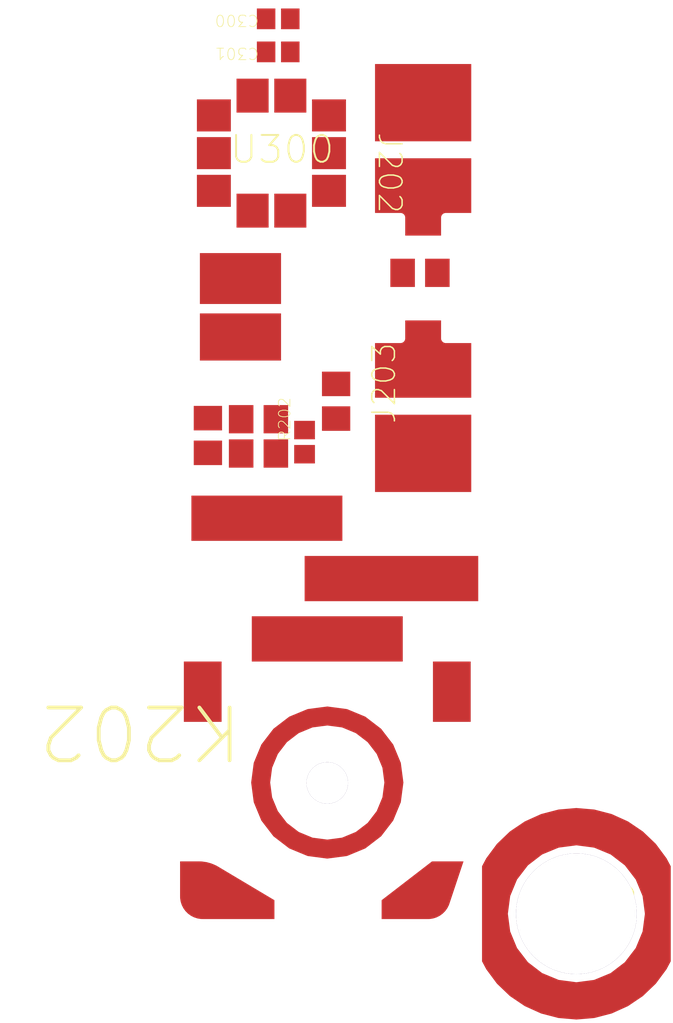
<source format=kicad_pcb>
(kicad_pcb (version 20241229) (generator "pcbnew") (generator_version "9.0")
  (layers (0 "F.Cu" signal) (2 "B.Cu" signal) (13 "F.Paste" user) (15 "B.Paste" user) (5 "F.SilkS" user "F.Silkscreen") (7 "B.SilkS" user "B.Silkscreen") (1 "F.Mask" user) (3 "B.Mask" user) (25 "Edge.Cuts" user))
  (net 0 "")
  (net 1 "FLICKER_PRESSURE_SAR_I2C_SCL")
  (net 2 "VREG_L1B_1P8")
  (net 3 "N17757331")
  (net 4 "GND")
  (net 5 "HAP_OUT_P")
  (net 6 "CDC_MIC3_N")
  (net 7 "N17757257")
  (net 8 "CDC_MIC3_P")
  (net 9 "HAP_OUT_M")
  (net 10 "FLICKER_PRESSURE_SAR_I2C_SDA")
  (footprint "CAP0201-HT0_33" (layer "F.Cu") (at 147.78805 104.962605 -90)
    (property "Reference" "EM200")
    (property "Value" "CAP_NP_CAP0201-HT0_33_100PF" (hide yes))
    (pad "1" smd rect (at -0.23 0) (size 0.375 0.325) (layers "F.Cu" "F.Mask" "F.Paste") (net 9 "HAP_OUT_M"))
    (pad "2" smd rect (at 0.23 0) (size 0.375 0.325) (layers "F.Cu" "F.Mask" "F.Paste") (net 4 "GND"))
  )
  (footprint "" (layer "F.Cu") (at 150.97085 111.758605)
    (property "Reference" "" (at 0 0 0) (layer "F.SilkS") (effects (font (size 1.27 1.27))))
    (property "Value" "")
    (pad "" thru_hole circle (at 0 0) (size 1.6 1.6) (drill 1.6) (layers "*.Cu" "*.Mask"))
  )
  (footprint "CAP0201-HT0_33" (layer "F.Cu") (at 146.08945 105.416805 -90)
    (property "Reference" "C204")
    (property "Value" "CAP_NP_CAP0201-HT0_33_33PF" (hide yes))
    (pad "1" smd rect (at -0.23 0) (size 0.375 0.325) (layers "F.Cu" "F.Mask" "F.Paste") (net 8 "CDC_MIC3_P"))
    (pad "2" smd rect (at 0.23 0) (size 0.375 0.325) (layers "F.Cu" "F.Mask" "F.Paste") (net 6 "CDC_MIC3_N"))
  )
  (footprint "HLGASQ2_0_PS0_5-HT0_8_P10_HD" (layer "F.Cu") (at 146.93115 101.672805)
    (property "Reference" "U300")
    (property "Value" "BMP580_HLGASQ2_0_PS0_5-HT0_8_P1" (hide yes))
    (fp_text user "${REFERENCE}" (at -0.57006 0.159261 0) (layer "F.SilkS") (effects (font (size 0.3556 0.3556) (thickness 0.0254)) (justify left bottom)))
    (pad "1" smd rect (at 0.25 -0.7625) (size 0.425 0.45) (layers "F.Cu" "F.Mask" "F.Paste") (net 2 "VREG_L1B_1P8"))
    (pad "2" smd rect (at -0.25 -0.7625) (size 0.425 0.45) (layers "F.Cu" "F.Mask" "F.Paste") (net 1 "FLICKER_PRESSURE_SAR_I2C_SCL"))
    (pad "3" smd rect (at -0.7625 -0.5) (size 0.45 0.425) (layers "F.Cu" "F.Mask" "F.Paste") (net 4 "GND"))
    (pad "4" smd rect (at -0.7625 0) (size 0.45 0.425) (layers "F.Cu" "F.Mask" "F.Paste") (net 10 "FLICKER_PRESSURE_SAR_I2C_SDA"))
    (pad "5" smd rect (at -0.7625 0.5) (size 0.45 0.425) (layers "F.Cu" "F.Mask" "F.Paste") (net 4 "GND"))
    (pad "6" smd rect (at -0.25 0.7625) (size 0.425 0.45) (layers "F.Cu" "F.Mask" "F.Paste") (net 2 "VREG_L1B_1P8"))
    (pad "7" smd rect (at 0.25 0.7625) (size 0.425 0.45) (layers "F.Cu" "F.Mask" "F.Paste") (net 4 "GND"))
    (pad "8" smd rect (at 0.7625 0.5) (size 0.45 0.425) (layers "F.Cu" "F.Mask" "F.Paste") (net 4 "GND"))
    (pad "9" smd rect (at 0.7625 0) (size 0.45 0.425) (layers "F.Cu" "F.Mask" "F.Paste") (net 4 "GND"))
    (pad "10" smd rect (at 0.7625 -0.5) (size 0.45 0.425) (layers "F.Cu" "F.Mask" "F.Paste") (net 2 "VREG_L1B_1P8"))
  )
  (footprint "CAP0201-HT0_33" (layer "F.Cu") (at 148.89905 103.260105)
    (property "Reference" "EM201")
    (property "Value" "CAP_NP_CAP0201-HT0_33_100PF" (hide yes))
    (pad "1" smd rect (at -0.23 0) (size 0.325 0.375) (layers "F.Cu" "F.Mask" "F.Paste") (net 5 "HAP_OUT_P"))
    (pad "2" smd rect (at 0.23 0) (size 0.325 0.375) (layers "F.Cu" "F.Mask" "F.Paste") (net 4 "GND"))
  )
  (footprint "" (layer "F.Cu") (at 147.67085 110.023605)
    (property "Reference" "" (at 0 0 0) (layer "F.SilkS") (effects (font (size 1.27 1.27))))
    (property "Value" "")
    (pad "" thru_hole circle (at 0 0) (size 0.55 0.55) (drill 0.55) (layers "*.Cu" "*.Mask"))
  )
  (footprint "CAP01005_HT0_22_S0_38" (layer "F.Cu") (at 147.02065 99.892305 180)
    (property "Reference" "C300")
    (property "Value" "CAP_NP_CAP01005_HT0_22_S0_38_0." (hide yes))
    (fp_text user "${REFERENCE}" (at 0.24684 0.068469 180) (layer "F.SilkS") (effects (font (size 0.1524 0.1524) (thickness 0.01016)) (justify left bottom)))
    (pad "1" smd rect (at -0.16 0) (size 0.245 0.275) (layers "F.Cu" "F.Mask" "F.Paste") (net 2 "VREG_L1B_1P8"))
    (pad "2" smd rect (at 0.16 0) (size 0.245 0.275) (layers "F.Cu" "F.Mask" "F.Paste") (net 4 "GND"))
  )
  (footprint "RES0201-HT0_23_HD" (layer "F.Cu") (at 146.75995 105.200905 180)
    (property "Reference" "R203")
    (property "Value" "RES_RES0201-HT0_23_HD_0OHM" (hide yes))
    (pad "1" smd rect (at -0.23 0) (size 0.325 0.375) (layers "F.Cu" "F.Mask" "F.Paste") (net 7 "N17757257"))
    (pad "2" smd rect (at 0.23 0) (size 0.325 0.375) (layers "F.Cu" "F.Mask" "F.Paste") (net 8 "CDC_MIC3_P"))
  )
  (footprint "ANT_2_7X1_2_P2_HT2_15_HD" (layer "F.Cu") (at 148.94085 105.278605 90)
    (property "Reference" "J203")
    (property "Value" "KEY_2P_ANT_2_7X1_2_P2_HT2_15_HD" (hide yes))
    (fp_text user "${REFERENCE}" (at 0.000106 -0.34325 90.01) (layer "F.SilkS") (effects (font (size 0.3 0.3) (thickness 0.02)) (justify left bottom)))
    (pad "" smd custom (at 0.3625 0.6375) (size 0.000001 0.000001) (layers "F.Cu") (options (clearance outline) (anchor circle)) (primitives (gr_poly (pts (xy 0 0) (xy -1.275 0) (xy -1.275 -0.725) (arc (start -0.937497 -0.725) (mid -0.893312 -0.743312) (end -0.875 -0.787497)) (xy -0.875 -0.7875) (xy -0.875 -1.025) (xy -0.4 -1.025) (arc (start -0.4 -0.787503) (mid -0.381694 -0.743306) (end -0.337498 -0.725)) (xy -0.3375 -0.725) (xy 0 -0.725)) (width 0) (fill yes))))
    (pad "1" smd rect (at -0.375 0) (size 1.275 1.025) (layers "F.Cu" "F.Mask" "F.Paste") (net 9 "HAP_OUT_M"))
    (pad "2" smd circle (at 0.875 0) (size 0.0254 0.0254) (layers "F.Cu" "F.Mask" "F.Paste") (net 9 "HAP_OUT_M"))
  )
  (footprint "STIFFER-STEEL-MIC_N2" (layer "F.Cu") (at 147.77085 108.978605 180)
    (property "Reference" "K202" (at 1.195 0.04305 180) (layer "F.SilkS") (effects (font (size 0.7 0.7) (thickness 0.05)) (justify left bottom)))
    (property "Value" "NUT_STIFFER-STEEL-MIC_N2_STIFFE" (hide yes))
    (pad "" smd custom (at -1.9 1.9646) (size 0.000001 0.000001) (layers "F.Cu") (options (clearance outline) (anchor circle)) (primitives (gr_poly (pts (xy 0 0) (xy -2.3 0) (xy -2.3 0.6) (xy 0 0.6)) (width 0) (fill yes))))
    (pad "" smd custom (at -1.8 0.5646) (size 0.000001 0.000001) (layers "F.Cu") (options (clearance outline) (anchor circle)) (primitives (gr_poly (pts (xy 0 0) (xy -0.5 0) (xy -0.5 0.8) (xy 0 0.8)) (width 0) (fill yes))))
    (pad "" smd custom (at -1.2874 -2.0854) (size 0.000001 0.000001) (layers "F.Cu") (options (clearance outline) (anchor circle)) (primitives (gr_poly (pts (xy 0 0) (xy -0.6674 0.5146) (xy -0.6674 0.7646) (arc (start -0.053696 0.76461) (mid 0.121789 0.707978) (end 0.23101 0.559408)) (xy 0.231 0.5594) (xy 0.4174 0)) (width 0) (fill yes))))
    (pad "" smd custom (at -0.90853 -1.03997) (size 0.000001 0.000001) (layers "F.Cu") (options (clearance outline) (anchor circle)) (primitives (gr_poly (pts (xy -0.74752 -0.97419) (xy -0.50428 -0.87344) (xy -0.2954 -0.71316) (xy -0.13512 -0.50428) (xy -0.03437 -0.26104) (xy 0 0) (xy -0.03437 0.26103) (xy -0.13512 0.50427) (xy -0.2954 0.71315) (xy -0.50428 0.87343) (xy -0.74752 0.97418) (xy -1.00856 1.00855) (xy -1.26959 0.97418) (xy -1.51283 0.87343) (xy -1.72171 0.71315) (xy -1.88199 0.50427) (xy -1.98274 0.26103) (xy -2.01711 0) (xy -1.76495 0) (xy -1.73918 0.19577) (xy -1.66361 0.37819) (xy -1.54341 0.53485) (xy -1.38675 0.65505) (xy -1.20433 0.73062) (xy -1.00856 0.75639) (xy -0.81279 0.73062) (xy -0.63036 0.65505) (xy -0.4737 0.53485) (xy -0.3535 0.37819) (xy -0.27793 0.19577) (xy -0.25216 0) (xy -0.27793 -0.19577) (xy -0.3535 -0.3782) (xy -0.4737 -0.53486) (xy -0.63036 -0.65506) (xy -0.81279 -0.73063) (xy -1.00856 -0.7564) (xy -1.20433 -0.73063) (xy -1.38675 -0.65506) (xy -1.54341 -0.53486) (xy -1.66361 -0.3782) (xy -1.73918 -0.19577) (xy -1.76495 0) (xy -2.01711 0) (xy -1.98274 -0.26104) (xy -1.88199 -0.50428) (xy -1.72171 -0.71316) (xy -1.51283 -0.87344) (xy -1.26959 -0.97419) (xy -1.00856 -1.00856)) (width 0) (fill yes))))
    (pad "" smd custom (at -0.9 1.1646) (size 0.000001 0.000001) (layers "F.Cu") (options (clearance outline) (anchor circle)) (primitives (gr_poly (pts (xy 0 0) (xy -2 0) (xy -2 0.6) (xy 0 0.6)) (width 0) (fill yes))))
    (pad "" smd custom (at -0.1 2.7646) (size 0.000001 0.000001) (layers "F.Cu") (options (clearance outline) (anchor circle)) (primitives (gr_poly (pts (xy 0 0) (xy -2 0) (xy -2 0.6) (xy 0 0.6)) (width 0) (fill yes))))
    (pad "" smd custom (at 1.5 0.5646) (size 0.000001 0.000001) (layers "F.Cu") (options (clearance outline) (anchor circle)) (primitives (gr_poly (pts (xy 0 0) (xy -0.5 0) (xy -0.5 0.8) (xy 0 0.8)) (width 0) (fill yes))))
    (pad "" smd custom (at 1.800001 -2.0854) (size 0.000001 0.000001) (layers "F.Cu") (options (clearance outline) (anchor circle)) (primitives (gr_poly (pts (arc (start 0 0) (mid 0.132885 0.018015) (end 0.256202 0.0707)) (xy 0.256201 0.0707) (xy 1.000001 0.5146) (xy 1.000001 0.7646) (arc (start 0.049998 0.7646) (mid -0.162131 0.676732) (end -0.249999 0.464602)) (xy -0.249999 0.4646) (xy -0.249999 0) (xy 0.000001 0)) (width 0) (fill yes))))
    (pad "1" smd rect (at 1.8 -2.3354) (size 0.05 0.05) (layers "F.Cu" "F.Mask" "F.Paste") (net 4 "GND"))
  )
  (footprint "ANT_2_7X1_2_P2_HT2_15_HD" (layer "F.Cu") (at 148.94085 101.378605 -90)
    (property "Reference" "J202")
    (property "Value" "KEY_2P_ANT_2_7X1_2_P2_HT2_15_HD" (hide yes))
    (fp_text user "${REFERENCE}" (at 0.000106 0.61675 270.01) (layer "F.SilkS") (effects (font (size 0.3 0.3) (thickness 0.02)) (justify left bottom)))
    (pad "" smd custom (at 0.3625 0.6375) (size 0.000001 0.000001) (layers "F.Cu") (options (clearance outline) (anchor circle)) (primitives (gr_poly (pts (xy 0 0) (xy 1.275 0) (xy 1.275 0.725) (arc (start 0.937497 0.725) (mid 0.893311 0.743313) (end 0.875 0.7875)) (xy 0.875 1.025) (xy 0.4 1.025) (arc (start 0.4 0.787505) (mid 0.381695 0.743307) (end 0.337497 0.725)) (xy 0.3375 0.725) (xy 0 0.725)) (width 0) (fill yes))))
    (pad "1" smd rect (at -0.375 0) (size 1.275 1.025) (layers "F.Cu" "F.Mask" "F.Paste") (net 5 "HAP_OUT_P"))
    (pad "2" smd circle (at 0.875 0) (size 0.0254 0.0254) (layers "F.Cu" "F.Mask" "F.Paste") (net 5 "HAP_OUT_P"))
  )
  (footprint "RES01005_HT0_15_S0_38" (layer "F.Cu") (at 147.36995 105.504805 90)
    (property "Reference" "R202")
    (property "Value" "RES_RES01005_HT0_15_S0_38_0OHM" (hide yes))
    (fp_text user "${REFERENCE}" (at 0.003 -0.175371 90) (layer "F.SilkS") (effects (font (size 0.1524 0.1524) (thickness 0.01016)) (justify left bottom)))
    (pad "1" smd rect (at -0.16 0) (size 0.275 0.245) (layers "F.Cu" "F.Mask" "F.Paste") (net 3 "N17757331"))
    (pad "2" smd rect (at 0.16 0) (size 0.275 0.245) (layers "F.Cu" "F.Mask" "F.Paste") (net 4 "GND"))
  )
  (footprint "CAP01005_HT0_22_S0_38" (layer "F.Cu") (at 147.02065 100.330405 180)
    (property "Reference" "C301")
    (property "Value" "CAP_NP_CAP01005_HT0_22_S0_38_0." (hide yes))
    (fp_text user "${REFERENCE}" (at 0.24684 0.068469 180) (layer "F.SilkS") (effects (font (size 0.1524 0.1524) (thickness 0.01016)) (justify left bottom)))
    (pad "1" smd rect (at -0.16 0) (size 0.245 0.275) (layers "F.Cu" "F.Mask" "F.Paste") (net 2 "VREG_L1B_1P8"))
    (pad "2" smd rect (at 0.16 0) (size 0.245 0.275) (layers "F.Cu" "F.Mask" "F.Paste") (net 4 "GND"))
  )
  (footprint "RES0201-HT0_23_HD" (layer "F.Cu") (at 146.75995 105.655905 180)
    (property "Reference" "R204")
    (property "Value" "RES_RES0201-HT0_23_HD_0OHM" (hide yes))
    (pad "1" smd rect (at -0.23 0) (size 0.325 0.375) (layers "F.Cu" "F.Mask" "F.Paste") (net 3 "N17757331"))
    (pad "2" smd rect (at 0.23 0) (size 0.325 0.375) (layers "F.Cu" "F.Mask" "F.Paste") (net 6 "CDC_MIC3_N"))
  )
  (footprint "ANT_1_0X1_7_P2_HT1_45_HD" (layer "F.Cu") (at 146.52085 103.885605)
    (property "Reference" "J110")
    (property "Value" "KEY_2P_ANT_1_0X1_7_P2_HT1_45_HD" (hide yes))
    (pad "1" smd rect (at 0 -0.55) (size 1.075 0.675) (layers "F.Cu" "F.Mask" "F.Paste") (net 4 "GND"))
    (pad "2" smd rect (at 0 0.225) (size 1.075 0.625) (layers "F.Cu" "F.Mask" "F.Paste") (net 4 "GND"))
  )
  (footprint "PAD-RING-TYPE-C_N2" (layer "F.Cu") (at 150.97085 111.758605)
    (property "Reference" "K102" (at -0.56896 0.043561 0) (layer "F.SilkS") (effects (font (size 0.3556 0.3556) (thickness 0.0254)) (justify left bottom)))
    (property "Value" "NUT_PAD-RING-TYPE-C_N2_PAD-RING" (hide yes))
    (pad "" smd custom (at 1.250006 0.630504) (size 0.000001 0.000001) (layers "F.Cu") (options (clearance outline) (anchor circle)) (primitives (gr_poly (pts (xy -2.500006 -1.260907) (xy -2.4442 -1.365958) (xy -2.302741 -1.557176) (xy -2.131005 -1.72174) (xy -1.93393 -1.854918) (xy -1.717186 -1.952879) (xy -1.487004 -2.012806) (xy -1.250006 -2.032975) (xy -1.013009 -2.012806) (xy -0.782827 -1.952879) (xy -0.566082 -1.854918) (xy -0.369008 -1.72174) (xy -0.197271 -1.557176) (xy -0.055813 -1.365959) (xy -0.000006 -1.260908) (xy -0.000006 -1.260904) (xy -0.000006 -0.000004) (xy 0 0) (xy -0.055807 0.105051) (xy -0.197267 0.296269) (xy -0.369004 0.460833) (xy -0.56608 0.59401) (xy -0.782825 0.691971) (xy -1.013008 0.751898) (xy -1.250006 0.772067) (xy -1.487004 0.751898) (xy -1.717187 0.691971) (xy -1.933932 0.59401) (xy -2.131008 0.460833) (xy -2.302745 0.296269) (xy -2.444205 0.105051) (xy -2.500012 0) (xy -2.500006 -0.000004) (xy -2.500006 -0.630464) (xy -2.157716 -0.630464) (xy -2.126786 -0.395524) (xy -2.036106 -0.176594) (xy -1.891846 0.011406) (xy -1.703846 0.155666) (xy -1.484916 0.246346) (xy -1.249976 0.277276) (xy -1.015036 0.246346) (xy -0.796106 0.155666) (xy -0.608106 0.011406) (xy -0.463856 -0.176594) (xy -0.373166 -0.395524) (xy -0.342236 -0.630464) (xy -0.373166 -0.865404) (xy -0.463856 -1.084334) (xy -0.608106 -1.272324) (xy -0.796106 -1.416584) (xy -1.015036 -1.507264) (xy -1.249976 -1.538194) (xy -1.484916 -1.507264) (xy -1.703846 -1.416584) (xy -1.891846 -1.272324) (xy -2.036106 -1.084334) (xy -2.126786 -0.865404) (xy -2.157716 -0.630464) (xy -2.500006 -0.630464)) (width 0) (fill yes))))
    (pad "1" smd rect (at 1 0.6305) (size 0.05 0.05) (layers "F.Cu" "F.Mask" "F.Paste") (net 4 "GND"))
  )
)
</source>
